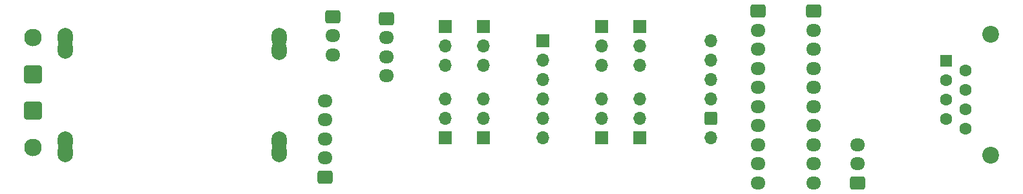
<source format=gbl>
%TF.GenerationSoftware,KiCad,Pcbnew,8.0.4-8.0.4-0~ubuntu24.04.1*%
%TF.CreationDate,2024-08-12T20:02:10+03:00*%
%TF.ProjectId,breakboard,62726561-6b62-46f6-9172-642e6b696361,rev?*%
%TF.SameCoordinates,Original*%
%TF.FileFunction,Copper,L2,Bot*%
%TF.FilePolarity,Positive*%
%FSLAX46Y46*%
G04 Gerber Fmt 4.6, Leading zero omitted, Abs format (unit mm)*
G04 Created by KiCad (PCBNEW 8.0.4-8.0.4-0~ubuntu24.04.1) date 2024-08-12 20:02:10*
%MOMM*%
%LPD*%
G01*
G04 APERTURE LIST*
G04 Aperture macros list*
%AMRoundRect*
0 Rectangle with rounded corners*
0 $1 Rounding radius*
0 $2 $3 $4 $5 $6 $7 $8 $9 X,Y pos of 4 corners*
0 Add a 4 corners polygon primitive as box body*
4,1,4,$2,$3,$4,$5,$6,$7,$8,$9,$2,$3,0*
0 Add four circle primitives for the rounded corners*
1,1,$1+$1,$2,$3*
1,1,$1+$1,$4,$5*
1,1,$1+$1,$6,$7*
1,1,$1+$1,$8,$9*
0 Add four rect primitives between the rounded corners*
20,1,$1+$1,$2,$3,$4,$5,0*
20,1,$1+$1,$4,$5,$6,$7,0*
20,1,$1+$1,$6,$7,$8,$9,0*
20,1,$1+$1,$8,$9,$2,$3,0*%
G04 Aperture macros list end*
%TA.AperFunction,ComponentPad*%
%ADD10O,2.000000X2.500000*%
%TD*%
%TA.AperFunction,ComponentPad*%
%ADD11R,1.700000X1.700000*%
%TD*%
%TA.AperFunction,ComponentPad*%
%ADD12O,1.700000X1.700000*%
%TD*%
%TA.AperFunction,ComponentPad*%
%ADD13O,1.950000X1.700000*%
%TD*%
%TA.AperFunction,ComponentPad*%
%ADD14RoundRect,0.250000X-0.725000X0.600000X-0.725000X-0.600000X0.725000X-0.600000X0.725000X0.600000X0*%
%TD*%
%TA.AperFunction,ComponentPad*%
%ADD15RoundRect,0.250000X-0.600000X-0.600000X0.600000X-0.600000X0.600000X0.600000X-0.600000X0.600000X0*%
%TD*%
%TA.AperFunction,ComponentPad*%
%ADD16RoundRect,0.250000X0.725000X-0.600000X0.725000X0.600000X-0.725000X0.600000X-0.725000X-0.600000X0*%
%TD*%
%TA.AperFunction,ComponentPad*%
%ADD17RoundRect,0.248000X0.552000X-0.552000X0.552000X0.552000X-0.552000X0.552000X-0.552000X-0.552000X0*%
%TD*%
%TA.AperFunction,ComponentPad*%
%ADD18C,1.600000*%
%TD*%
%TA.AperFunction,ComponentPad*%
%ADD19C,2.200000*%
%TD*%
%TA.AperFunction,ComponentPad*%
%ADD20C,2.300000*%
%TD*%
%TA.AperFunction,ComponentPad*%
%ADD21RoundRect,0.250000X0.900000X-0.900000X0.900000X0.900000X-0.900000X0.900000X-0.900000X-0.900000X0*%
%TD*%
G04 APERTURE END LIST*
D10*
%TO.P,Mini360,1,IN-*%
%TO.N,GND*%
X113250000Y-69878436D03*
X113250000Y-68250000D03*
%TO.P,Mini360,2,IN+*%
%TO.N,12V*%
X113250000Y-83250000D03*
X113250000Y-81750000D03*
%TO.P,Mini360,3,OUT-*%
%TO.N,GND*%
X85180000Y-69750000D03*
X85180000Y-68250000D03*
%TO.P,Mini360,4,OUT+*%
%TO.N,5V*%
X85250000Y-83250000D03*
X85250000Y-81750000D03*
%TD*%
D11*
%TO.P,Srv6,1,GND*%
%TO.N,GND*%
X155500000Y-66750000D03*
D12*
%TO.P,Srv6,2,5v*%
%TO.N,RX1*%
X155500000Y-69290000D03*
%TO.P,Srv6,3,PWM*%
%TO.N,RX2*%
X155500000Y-71830000D03*
%TD*%
D11*
%TO.P,Srv4,1,GND*%
%TO.N,GND*%
X139950000Y-81330000D03*
D12*
%TO.P,Srv4,2,5v*%
%TO.N,5V*%
X139950000Y-78790000D03*
%TO.P,Srv4,3,PWM*%
%TO.N,OUT4*%
X139950000Y-76250000D03*
%TD*%
D13*
%TO.P,IN2,10,Pin_10*%
%TO.N,12V*%
X176000000Y-87250000D03*
%TO.P,IN2,9,Pin_9*%
%TO.N,RX4*%
X176000000Y-84750000D03*
%TO.P,IN2,8,Pin_8*%
%TO.N,RX3*%
X176000000Y-82250000D03*
%TO.P,IN2,7,Pin_7*%
%TO.N,RX2*%
X176000000Y-79750000D03*
%TO.P,IN2,6,Pin_6*%
%TO.N,RX1*%
X176000000Y-77250000D03*
%TO.P,IN2,5,Pin_5*%
%TO.N,IN4*%
X176000000Y-74750000D03*
%TO.P,IN2,4,Pin_4*%
%TO.N,IN3*%
X176000000Y-72250000D03*
%TO.P,IN2,3,Pin_3*%
%TO.N,IN2*%
X176000000Y-69750000D03*
%TO.P,IN2,2,Pin_2*%
%TO.N,IN1*%
X176000000Y-67250000D03*
D14*
%TO.P,IN2,1,Pin_1*%
%TO.N,GND*%
X176000000Y-64750000D03*
%TD*%
D12*
%TO.P,Opto1,12,OUT4*%
%TO.N,OUT4*%
X147750000Y-81330000D03*
%TO.P,Opto1,11,OUT3*%
%TO.N,OUT3*%
X147750000Y-78790000D03*
%TO.P,Opto1,10,OUT2*%
%TO.N,OUT2*%
X147750000Y-76250000D03*
%TO.P,Opto1,9,OUT1*%
%TO.N,OUT1*%
X147750000Y-73710000D03*
%TO.P,Opto1,8,HVCC*%
%TO.N,5V*%
X147750000Y-71170000D03*
D11*
%TO.P,Opto1,7,GND*%
%TO.N,GND*%
X147750000Y-68630000D03*
D12*
%TO.P,Opto1,6,NC*%
%TO.N,unconnected-(Opto1-NC-Pad6)*%
X169750000Y-81330000D03*
D15*
%TO.P,Opto1,5,IN4*%
%TO.N,IN4*%
X169750000Y-78790000D03*
D12*
%TO.P,Opto1,4,IN3*%
%TO.N,IN3*%
X169750000Y-76250000D03*
%TO.P,Opto1,3,IN2*%
%TO.N,IN2*%
X169750000Y-73710000D03*
%TO.P,Opto1,2,IN1*%
%TO.N,IN1*%
X169750000Y-71170000D03*
%TO.P,Opto1,1,GND*%
%TO.N,GND*%
X169750000Y-68630000D03*
%TD*%
D16*
%TO.P,J2,1,Pin_1*%
%TO.N,12V*%
X119250000Y-86500000D03*
D13*
%TO.P,J2,2,Pin_2*%
%TO.N,GND*%
X119250000Y-84000000D03*
%TO.P,J2,3,Pin_3*%
%TO.N,RX3*%
X119250000Y-81500000D03*
%TO.P,J2,4,Pin_4*%
%TO.N,RX2*%
X119250000Y-79000000D03*
%TO.P,J2,5,Pin_5*%
%TO.N,RX1*%
X119250000Y-76500000D03*
%TD*%
D11*
%TO.P,Srv5,1,GND*%
%TO.N,GND*%
X160500000Y-66750000D03*
D12*
%TO.P,Srv5,2,5v*%
%TO.N,5V*%
X160500000Y-69290000D03*
%TO.P,Srv5,3,PWM*%
%TO.N,RX1*%
X160500000Y-71830000D03*
%TD*%
D11*
%TO.P,Srv1,1,GND*%
%TO.N,GND*%
X140000000Y-66750000D03*
D12*
%TO.P,Srv1,2,5v*%
%TO.N,5V*%
X140000000Y-69290000D03*
%TO.P,Srv1,3,PWM*%
%TO.N,OUT1*%
X140000000Y-71830000D03*
%TD*%
D11*
%TO.P,Srv3,1,GND*%
%TO.N,GND*%
X134950000Y-81330000D03*
D12*
%TO.P,Srv3,2,5v*%
%TO.N,5V*%
X134950000Y-78790000D03*
%TO.P,Srv3,3,PWM*%
%TO.N,OUT3*%
X134950000Y-76250000D03*
%TD*%
D13*
%TO.P,IN1,10,Pin_10*%
%TO.N,12V*%
X183250000Y-87250000D03*
%TO.P,IN1,9,Pin_9*%
%TO.N,RX4*%
X183250000Y-84750000D03*
%TO.P,IN1,8,Pin_8*%
%TO.N,RX3*%
X183250000Y-82250000D03*
%TO.P,IN1,7,Pin_7*%
%TO.N,RX2*%
X183250000Y-79750000D03*
%TO.P,IN1,6,Pin_6*%
%TO.N,RX1*%
X183250000Y-77250000D03*
%TO.P,IN1,5,Pin_5*%
%TO.N,IN4*%
X183250000Y-74750000D03*
%TO.P,IN1,4,Pin_4*%
%TO.N,IN3*%
X183250000Y-72250000D03*
%TO.P,IN1,3,Pin_3*%
%TO.N,IN2*%
X183250000Y-69750000D03*
%TO.P,IN1,2,Pin_2*%
%TO.N,IN1*%
X183250000Y-67250000D03*
D14*
%TO.P,IN1,1,Pin_1*%
%TO.N,GND*%
X183250000Y-64750000D03*
%TD*%
D17*
%TO.P,RJ45,1*%
%TO.N,IN3*%
X200610000Y-71270000D03*
D18*
%TO.P,RJ45,2*%
%TO.N,IN2*%
X203150000Y-72540000D03*
%TO.P,RJ45,3*%
%TO.N,IN4*%
X200610000Y-73810000D03*
%TO.P,RJ45,4*%
%TO.N,IN1*%
X203150000Y-75080000D03*
%TO.P,RJ45,5*%
%TO.N,RX1*%
X200610000Y-76350000D03*
%TO.P,RJ45,6*%
%TO.N,RX4*%
X203150000Y-77620000D03*
%TO.P,RJ45,7*%
%TO.N,RX2*%
X200610000Y-78890000D03*
%TO.P,RJ45,8*%
%TO.N,RX3*%
X203150000Y-80160000D03*
D19*
%TO.P,RJ45,SH*%
%TO.N,GND*%
X206450000Y-67815000D03*
X206450000Y-83615000D03*
%TD*%
D20*
%TO.P,J8,1,Pin_1*%
%TO.N,12V*%
X81000000Y-82600000D03*
D21*
%TO.P,J8,2,Pin_2*%
%TO.N,GND*%
X81000000Y-77800000D03*
%TO.P,J8,3,Pin_3*%
X81000000Y-73000000D03*
D20*
%TO.P,J8,4,Pin_4*%
%TO.N,5V*%
X81000000Y-68200000D03*
%TD*%
D11*
%TO.P,Srv2,1,GND*%
%TO.N,GND*%
X135000000Y-66750000D03*
D12*
%TO.P,Srv2,2,5v*%
%TO.N,5V*%
X135000000Y-69290000D03*
%TO.P,Srv2,3,PWM*%
%TO.N,OUT2*%
X135000000Y-71830000D03*
%TD*%
D16*
%TO.P,J3,1,Pin_1*%
%TO.N,12V*%
X188975000Y-87250000D03*
D13*
%TO.P,J3,2,Pin_2*%
%TO.N,GND*%
X188975000Y-84750000D03*
%TO.P,J3,3,Pin_3*%
%TO.N,RX4*%
X188975000Y-82250000D03*
%TD*%
D14*
%TO.P,J4,1,Pin_1*%
%TO.N,5V*%
X120250000Y-65500000D03*
D13*
%TO.P,J4,2,Pin_2*%
%TO.N,GND*%
X120250000Y-68000000D03*
%TO.P,J4,3,Pin_3*%
%TO.N,RX3*%
X120250000Y-70500000D03*
%TD*%
D14*
%TO.P,J1,1,Pin_1*%
%TO.N,5V*%
X127250000Y-65750000D03*
D13*
%TO.P,J1,2,Pin_2*%
%TO.N,GND*%
X127250000Y-68250000D03*
%TO.P,J1,3,Pin_3*%
%TO.N,RX2*%
X127250000Y-70750000D03*
%TO.P,J1,4,Pin_4*%
%TO.N,RX1*%
X127250000Y-73250000D03*
%TD*%
D12*
%TO.P,Srv7,3,PWM*%
%TO.N,RX3*%
X155500000Y-76250000D03*
%TO.P,Srv7,2,5v*%
%TO.N,unconnected-(Srv7-5v-Pad2)*%
X155500000Y-78790000D03*
D11*
%TO.P,Srv7,1,GND*%
%TO.N,GND*%
X155500000Y-81330000D03*
%TD*%
%TO.P,Srv8,1,GND*%
%TO.N,GND*%
X160500000Y-81330000D03*
D12*
%TO.P,Srv8,2,5v*%
%TO.N,unconnected-(Srv8-5v-Pad2)*%
X160500000Y-78790000D03*
%TO.P,Srv8,3,PWM*%
%TO.N,RX4*%
X160500000Y-76250000D03*
%TD*%
M02*

</source>
